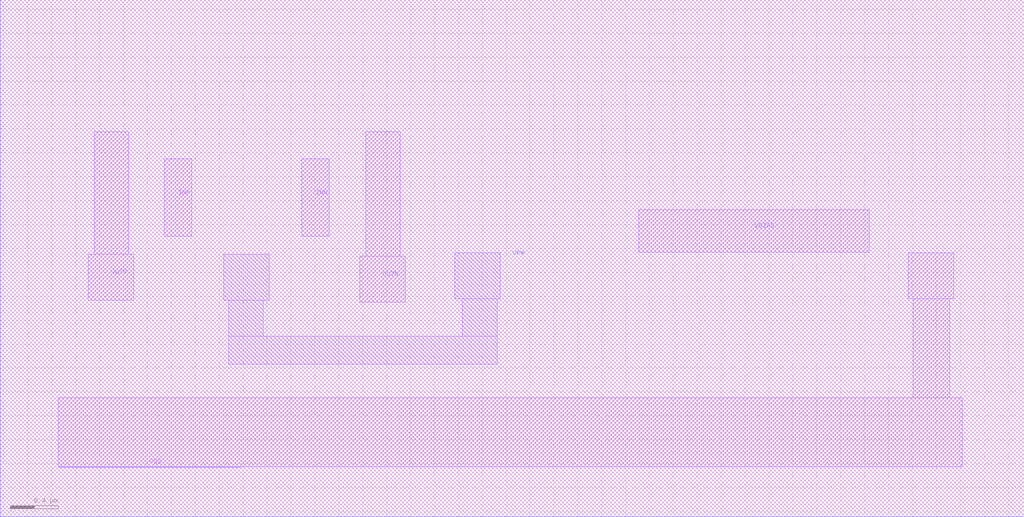
<source format=lef>
VERSION 5.7 ;
  NOWIREEXTENSIONATPIN ON ;
  DIVIDERCHAR "/" ;
  BUSBITCHARS "[]" ;
MACRO CS_Switch_1x
  CLASS BLOCK ;
  FOREIGN CS_Switch_1x ;
  ORIGIN 1.630 9.445 ;
  SIZE 8.565 BY 4.325 ;
  PIN INP
    DIRECTION INPUT ;
    USE SIGNAL ;
    ANTENNAGATEAREA 0.061600 ;
    PORT
      LAYER Metal1 ;
        RECT -0.260 -7.100 -0.030 -6.450 ;
    END
  END INP
  PIN INN
    DIRECTION INPUT ;
    USE SIGNAL ;
    ANTENNAGATEAREA 0.061600 ;
    PORT
      LAYER Metal1 ;
        RECT 0.890 -7.100 1.120 -6.450 ;
    END
  END INN
  PIN OUTP
    DIRECTION INOUT ;
    USE POWER ;
    PORT
      LAYER Metal1 ;
        RECT -0.845 -7.250 -0.555 -6.225 ;
        RECT -0.895 -7.635 -0.515 -7.250 ;
    END
  END OUTP
  PIN OUTN
    DIRECTION INOUT ;
    USE POWER ;
    PORT
      LAYER Metal1 ;
        RECT 1.425 -7.265 1.715 -6.225 ;
        RECT 1.375 -7.650 1.755 -7.265 ;
    END
  END OUTN
  PIN VBIAS
    DIRECTION INOUT ;
    USE POWER ;
    PORT
      LAYER Metal1 ;
        RECT 3.710 -7.230 5.640 -6.875 ;
    END
  END VBIAS
  PIN VSS
    DIRECTION INOUT ;
    USE GROUND ;
    PORT
      LAYER Metal1 ;
        RECT 5.965 -7.620 6.345 -7.235 ;
        RECT 6.005 -8.450 6.310 -7.620 ;
        RECT -1.145 -9.025 6.415 -8.450 ;
        RECT -1.145 -9.030 0.380 -9.025 ;
    END
  END VSS
  PIN VPW
    DIRECTION INOUT ;
    USE GROUND ;
    PORT
      LAYER Pwell ;
        RECT -1.630 -9.445 6.935 -5.120 ;
    END
  END VPW
  OBS
      LAYER Metal1 ;
        RECT 0.240 -7.635 0.620 -7.250 ;
        RECT 2.170 -7.620 2.550 -7.235 ;
        RECT 0.280 -7.935 0.570 -7.635 ;
        RECT 2.235 -7.935 2.525 -7.620 ;
        RECT 0.280 -8.170 2.525 -7.935 ;
  END
END CS_Switch_1x
END LIBRARY


</source>
